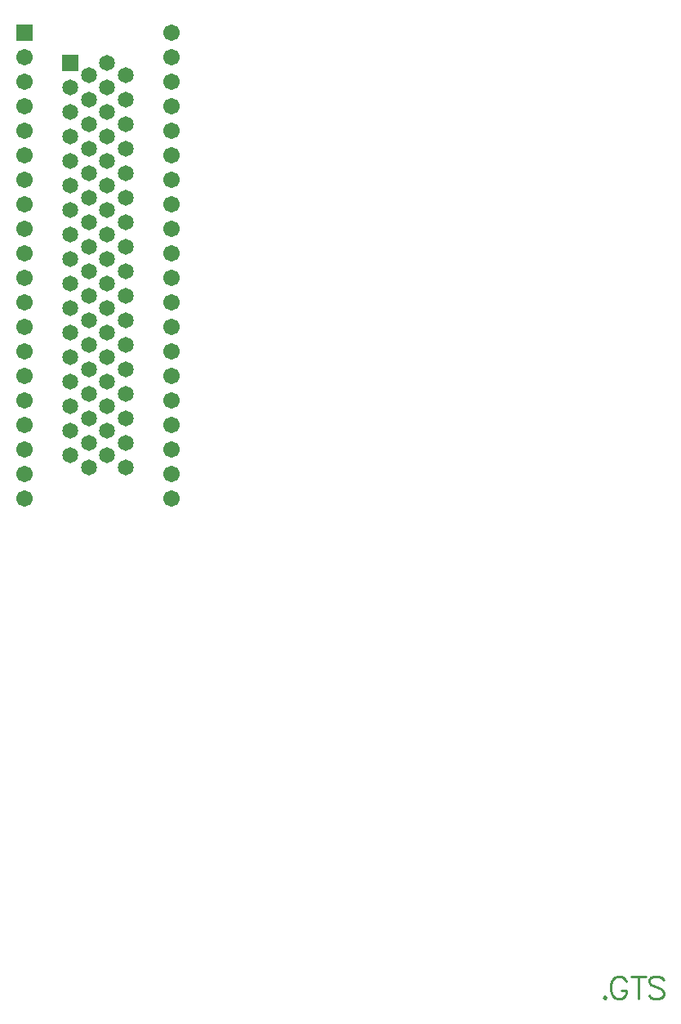
<source format=gts>
%FSLAX44Y44*%
%MOMM*%
G71*
G01*
G75*
%ADD10C,0.2000*%
%ADD11C,0.4000*%
%ADD12C,0.3300*%
%ADD13C,0.2540*%
%ADD14C,0.2286*%
%ADD15C,1.4500*%
%ADD16R,1.4500X1.4500*%
%ADD17C,1.5000*%
%ADD18R,1.5000X1.5000*%
%ADD19R,0.6000X0.5000*%
%ADD20C,1.0000*%
%ADD21C,0.3000*%
%ADD22C,0.7000*%
%ADD23C,0.1500*%
%ADD24C,0.3500*%
%ADD25C,0.1270*%
%ADD26C,1.6532*%
%ADD27R,1.6532X1.6532*%
%ADD28C,1.7032*%
%ADD29R,1.7032X1.7032*%
D14*
X2872684Y1389144D02*
X2871596Y1388055D01*
X2872684Y1386967D01*
X2873772Y1388055D01*
X2872684Y1389144D01*
X2895104Y1404380D02*
X2894016Y1406557D01*
X2891839Y1408734D01*
X2889662Y1409822D01*
X2885309D01*
X2883132Y1408734D01*
X2880956Y1406557D01*
X2879867Y1404380D01*
X2878779Y1401115D01*
Y1395674D01*
X2879867Y1392409D01*
X2880956Y1390232D01*
X2883132Y1388055D01*
X2885309Y1386967D01*
X2889662D01*
X2891839Y1388055D01*
X2894016Y1390232D01*
X2895104Y1392409D01*
Y1395674D01*
X2889662D02*
X2895104D01*
X2907946Y1409822D02*
Y1386967D01*
X2900328Y1409822D02*
X2915565D01*
X2933522Y1406557D02*
X2931346Y1408734D01*
X2928080Y1409822D01*
X2923727D01*
X2920462Y1408734D01*
X2918286Y1406557D01*
Y1404380D01*
X2919374Y1402204D01*
X2920462Y1401115D01*
X2922639Y1400027D01*
X2929169Y1397850D01*
X2931346Y1396762D01*
X2932434Y1395674D01*
X2933522Y1393497D01*
Y1390232D01*
X2931346Y1388055D01*
X2928080Y1386967D01*
X2923727D01*
X2920462Y1388055D01*
X2918286Y1390232D01*
D26*
X2337561Y2343617D02*
D03*
X2318511Y2330917D02*
D03*
X2375661Y2343617D02*
D03*
X2356611Y2330917D02*
D03*
X2337561Y2318217D02*
D03*
X2318511Y2305517D02*
D03*
X2375661Y2318217D02*
D03*
X2356611Y2305517D02*
D03*
X2337561Y2292817D02*
D03*
X2318511Y2280117D02*
D03*
X2375661Y2292817D02*
D03*
X2356611Y2280117D02*
D03*
X2337561Y2267417D02*
D03*
X2318511Y2254717D02*
D03*
X2375661Y2267417D02*
D03*
X2356611Y2254717D02*
D03*
X2337561Y2242017D02*
D03*
X2318511Y2229317D02*
D03*
X2375661Y2242017D02*
D03*
X2356611Y2229317D02*
D03*
X2337561Y2216617D02*
D03*
X2318511Y2203917D02*
D03*
X2375661Y2216617D02*
D03*
X2356611Y2203917D02*
D03*
X2337561Y2191217D02*
D03*
X2318511Y2178517D02*
D03*
X2375661Y2191217D02*
D03*
X2356611Y2178517D02*
D03*
X2337561Y2165817D02*
D03*
X2318511Y2153117D02*
D03*
X2375661Y2165817D02*
D03*
X2356611Y2153117D02*
D03*
X2337561Y2140417D02*
D03*
X2318511Y2127717D02*
D03*
X2375661Y2140417D02*
D03*
X2356611Y2127717D02*
D03*
X2337561Y2115017D02*
D03*
X2318511Y2102317D02*
D03*
X2375661Y2115017D02*
D03*
X2356611Y2102317D02*
D03*
X2337561Y2089617D02*
D03*
X2318511Y2076917D02*
D03*
X2375661Y2089617D02*
D03*
X2356611Y2076917D02*
D03*
X2318511Y2051517D02*
D03*
X2375661Y2064217D02*
D03*
X2356611Y2051517D02*
D03*
X2337561Y2038817D02*
D03*
X2318511Y2026117D02*
D03*
X2375661Y2038817D02*
D03*
X2356611Y2026117D02*
D03*
X2337561Y2013417D02*
D03*
X2318511Y2000717D02*
D03*
X2375661Y2013417D02*
D03*
X2356611Y2000717D02*
D03*
X2337561Y1988017D02*
D03*
X2318511Y1975317D02*
D03*
X2356611D02*
D03*
X2337561Y1962617D02*
D03*
X2318511Y1949917D02*
D03*
X2375661Y1962617D02*
D03*
X2356611Y1949917D02*
D03*
X2337561Y1937217D02*
D03*
X2375661D02*
D03*
X2356611Y2356317D02*
D03*
X2337561Y2064217D02*
D03*
X2375661Y1988017D02*
D03*
D27*
X2318511Y2356317D02*
D03*
D28*
X2423286Y2311527D02*
D03*
Y2387727D02*
D03*
Y2336927D02*
D03*
Y2362327D02*
D03*
Y1981327D02*
D03*
Y1955927D02*
D03*
X2270886D02*
D03*
Y2133727D02*
D03*
X2423286Y2108327D02*
D03*
X2270886Y1930527D02*
D03*
Y1905127D02*
D03*
X2423286D02*
D03*
X2270886Y2032127D02*
D03*
X2423286Y1930527D02*
D03*
X2270886Y2057527D02*
D03*
X2423286Y2032127D02*
D03*
X2270886Y2082927D02*
D03*
X2423286Y2057527D02*
D03*
Y2082927D02*
D03*
X2270886Y2108327D02*
D03*
X2423286Y2133727D02*
D03*
Y2159127D02*
D03*
X2270886D02*
D03*
X2423286Y2184527D02*
D03*
X2270886D02*
D03*
X2423286Y2209927D02*
D03*
X2270886D02*
D03*
X2423286Y2235327D02*
D03*
X2270886D02*
D03*
X2423286Y2260727D02*
D03*
Y2286127D02*
D03*
X2270886D02*
D03*
Y2311527D02*
D03*
Y2336927D02*
D03*
Y2362327D02*
D03*
Y2006727D02*
D03*
Y1981327D02*
D03*
X2423286Y2006727D02*
D03*
X2270886Y2260727D02*
D03*
D29*
Y2387727D02*
D03*
M02*

</source>
